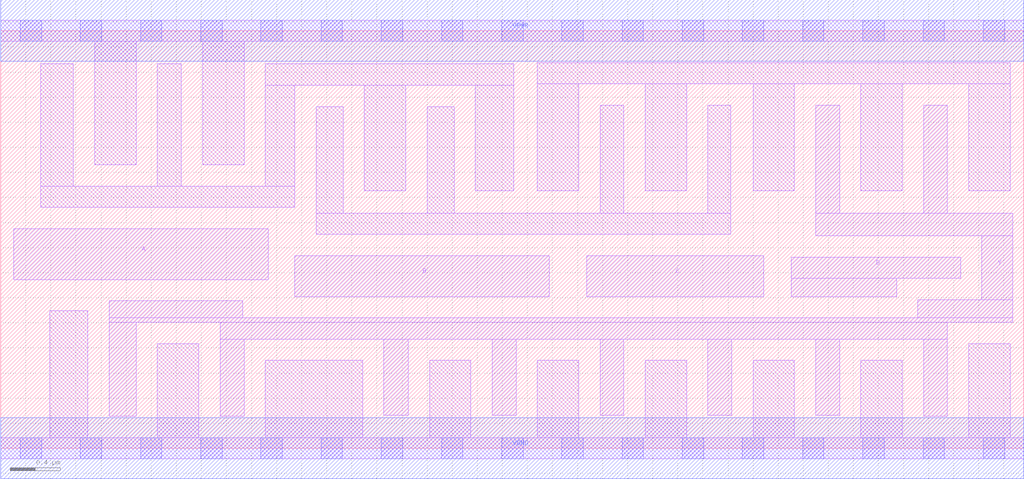
<source format=lef>
# Copyright 2020 The SkyWater PDK Authors
#
# Licensed under the Apache License, Version 2.0 (the "License");
# you may not use this file except in compliance with the License.
# You may obtain a copy of the License at
#
#     https://www.apache.org/licenses/LICENSE-2.0
#
# Unless required by applicable law or agreed to in writing, software
# distributed under the License is distributed on an "AS IS" BASIS,
# WITHOUT WARRANTIES OR CONDITIONS OF ANY KIND, either express or implied.
# See the License for the specific language governing permissions and
# limitations under the License.
#
# SPDX-License-Identifier: Apache-2.0

VERSION 5.7 ;
  NAMESCASESENSITIVE ON ;
  NOWIREEXTENSIONATPIN ON ;
  DIVIDERCHAR "/" ;
  BUSBITCHARS "[]" ;
UNITS
  DATABASE MICRONS 200 ;
END UNITS
MACRO sky130_fd_sc_lp__nor4_4
  CLASS CORE ;
  SOURCE USER ;
  FOREIGN sky130_fd_sc_lp__nor4_4 ;
  ORIGIN  0.000000  0.000000 ;
  SIZE  8.160000 BY  3.330000 ;
  SYMMETRY X Y R90 ;
  SITE unit ;
  PIN A
    ANTENNAGATEAREA  1.260000 ;
    DIRECTION INPUT ;
    USE SIGNAL ;
    PORT
      LAYER li1 ;
        RECT 0.105000 1.345000 2.135000 1.750000 ;
    END
  END A
  PIN B
    ANTENNAGATEAREA  1.260000 ;
    DIRECTION INPUT ;
    USE SIGNAL ;
    PORT
      LAYER li1 ;
        RECT 2.345000 1.210000 4.375000 1.535000 ;
    END
  END B
  PIN C
    ANTENNAGATEAREA  1.260000 ;
    DIRECTION INPUT ;
    USE SIGNAL ;
    PORT
      LAYER li1 ;
        RECT 4.675000 1.210000 6.085000 1.535000 ;
    END
  END C
  PIN D
    ANTENNAGATEAREA  1.260000 ;
    DIRECTION INPUT ;
    USE SIGNAL ;
    PORT
      LAYER li1 ;
        RECT 6.305000 1.210000 7.145000 1.355000 ;
        RECT 6.305000 1.355000 7.655000 1.525000 ;
    END
  END D
  PIN Y
    ANTENNADIFFAREA  2.587200 ;
    DIRECTION OUTPUT ;
    USE SIGNAL ;
    PORT
      LAYER li1 ;
        RECT 0.865000 0.255000 1.080000 1.005000 ;
        RECT 0.865000 1.005000 8.070000 1.040000 ;
        RECT 0.865000 1.040000 1.930000 1.175000 ;
        RECT 1.750000 0.255000 1.940000 0.870000 ;
        RECT 1.750000 0.870000 7.550000 1.005000 ;
        RECT 3.055000 0.265000 3.250000 0.870000 ;
        RECT 3.920000 0.265000 4.110000 0.870000 ;
        RECT 4.780000 0.265000 4.970000 0.870000 ;
        RECT 5.640000 0.265000 5.830000 0.870000 ;
        RECT 6.500000 0.265000 6.690000 0.870000 ;
        RECT 6.500000 1.695000 8.070000 1.875000 ;
        RECT 6.500000 1.875000 6.690000 2.735000 ;
        RECT 7.315000 1.040000 8.070000 1.185000 ;
        RECT 7.360000 0.255000 7.550000 0.870000 ;
        RECT 7.360000 1.875000 7.550000 2.735000 ;
        RECT 7.825000 1.185000 8.070000 1.695000 ;
    END
  END Y
  PIN VGND
    DIRECTION INOUT ;
    USE GROUND ;
    PORT
      LAYER met1 ;
        RECT 0.000000 -0.245000 8.160000 0.245000 ;
    END
  END VGND
  PIN VPWR
    DIRECTION INOUT ;
    USE POWER ;
    PORT
      LAYER met1 ;
        RECT 0.000000 3.085000 8.160000 3.575000 ;
    END
  END VPWR
  OBS
    LAYER li1 ;
      RECT 0.000000 -0.085000 8.160000 0.085000 ;
      RECT 0.000000  3.245000 8.160000 3.415000 ;
      RECT 0.320000  1.920000 2.345000 2.090000 ;
      RECT 0.320000  2.090000 0.580000 3.065000 ;
      RECT 0.390000  0.085000 0.695000 1.095000 ;
      RECT 0.750000  2.260000 1.080000 3.245000 ;
      RECT 1.250000  0.085000 1.580000 0.835000 ;
      RECT 1.250000  2.090000 1.440000 3.065000 ;
      RECT 1.610000  2.260000 1.940000 3.245000 ;
      RECT 2.110000  0.085000 2.885000 0.700000 ;
      RECT 2.110000  2.090000 2.345000 2.895000 ;
      RECT 2.110000  2.895000 4.090000 3.065000 ;
      RECT 2.515000  1.705000 5.820000 1.875000 ;
      RECT 2.515000  1.875000 2.730000 2.725000 ;
      RECT 2.900000  2.055000 3.230000 2.895000 ;
      RECT 3.400000  1.875000 3.615000 2.725000 ;
      RECT 3.420000  0.085000 3.750000 0.700000 ;
      RECT 3.785000  2.055000 4.090000 2.895000 ;
      RECT 4.280000  0.085000 4.610000 0.700000 ;
      RECT 4.280000  2.055000 4.610000 2.905000 ;
      RECT 4.280000  2.905000 8.050000 3.075000 ;
      RECT 4.780000  1.875000 4.970000 2.735000 ;
      RECT 5.140000  0.085000 5.470000 0.700000 ;
      RECT 5.140000  2.055000 5.470000 2.905000 ;
      RECT 5.640000  1.875000 5.820000 2.735000 ;
      RECT 6.000000  0.085000 6.330000 0.700000 ;
      RECT 6.000000  2.055000 6.330000 2.905000 ;
      RECT 6.860000  0.085000 7.190000 0.700000 ;
      RECT 6.860000  2.055000 7.190000 2.905000 ;
      RECT 7.720000  0.085000 8.050000 0.835000 ;
      RECT 7.720000  2.055000 8.050000 2.905000 ;
    LAYER mcon ;
      RECT 0.155000 -0.085000 0.325000 0.085000 ;
      RECT 0.155000  3.245000 0.325000 3.415000 ;
      RECT 0.635000 -0.085000 0.805000 0.085000 ;
      RECT 0.635000  3.245000 0.805000 3.415000 ;
      RECT 1.115000 -0.085000 1.285000 0.085000 ;
      RECT 1.115000  3.245000 1.285000 3.415000 ;
      RECT 1.595000 -0.085000 1.765000 0.085000 ;
      RECT 1.595000  3.245000 1.765000 3.415000 ;
      RECT 2.075000 -0.085000 2.245000 0.085000 ;
      RECT 2.075000  3.245000 2.245000 3.415000 ;
      RECT 2.555000 -0.085000 2.725000 0.085000 ;
      RECT 2.555000  3.245000 2.725000 3.415000 ;
      RECT 3.035000 -0.085000 3.205000 0.085000 ;
      RECT 3.035000  3.245000 3.205000 3.415000 ;
      RECT 3.515000 -0.085000 3.685000 0.085000 ;
      RECT 3.515000  3.245000 3.685000 3.415000 ;
      RECT 3.995000 -0.085000 4.165000 0.085000 ;
      RECT 3.995000  3.245000 4.165000 3.415000 ;
      RECT 4.475000 -0.085000 4.645000 0.085000 ;
      RECT 4.475000  3.245000 4.645000 3.415000 ;
      RECT 4.955000 -0.085000 5.125000 0.085000 ;
      RECT 4.955000  3.245000 5.125000 3.415000 ;
      RECT 5.435000 -0.085000 5.605000 0.085000 ;
      RECT 5.435000  3.245000 5.605000 3.415000 ;
      RECT 5.915000 -0.085000 6.085000 0.085000 ;
      RECT 5.915000  3.245000 6.085000 3.415000 ;
      RECT 6.395000 -0.085000 6.565000 0.085000 ;
      RECT 6.395000  3.245000 6.565000 3.415000 ;
      RECT 6.875000 -0.085000 7.045000 0.085000 ;
      RECT 6.875000  3.245000 7.045000 3.415000 ;
      RECT 7.355000 -0.085000 7.525000 0.085000 ;
      RECT 7.355000  3.245000 7.525000 3.415000 ;
      RECT 7.835000 -0.085000 8.005000 0.085000 ;
      RECT 7.835000  3.245000 8.005000 3.415000 ;
  END
END sky130_fd_sc_lp__nor4_4
END LIBRARY

</source>
